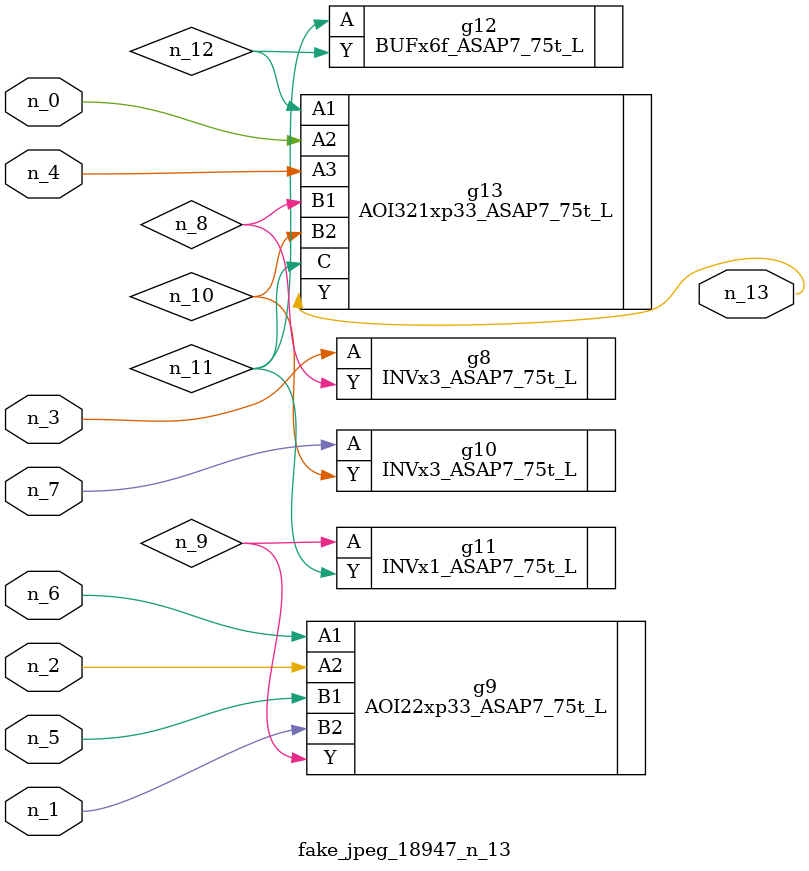
<source format=v>
module fake_jpeg_18947_n_13 (n_3, n_2, n_1, n_0, n_4, n_6, n_5, n_7, n_13);

input n_3;
input n_2;
input n_1;
input n_0;
input n_4;
input n_6;
input n_5;
input n_7;

output n_13;

wire n_11;
wire n_10;
wire n_12;
wire n_8;
wire n_9;

INVx3_ASAP7_75t_L g8 ( 
.A(n_3),
.Y(n_8)
);

AOI22xp33_ASAP7_75t_L g9 ( 
.A1(n_6),
.A2(n_2),
.B1(n_5),
.B2(n_1),
.Y(n_9)
);

INVx3_ASAP7_75t_L g10 ( 
.A(n_7),
.Y(n_10)
);

INVx1_ASAP7_75t_L g11 ( 
.A(n_9),
.Y(n_11)
);

BUFx6f_ASAP7_75t_L g12 ( 
.A(n_11),
.Y(n_12)
);

AOI321xp33_ASAP7_75t_L g13 ( 
.A1(n_12),
.A2(n_0),
.A3(n_4),
.B1(n_8),
.B2(n_10),
.C(n_11),
.Y(n_13)
);


endmodule
</source>
